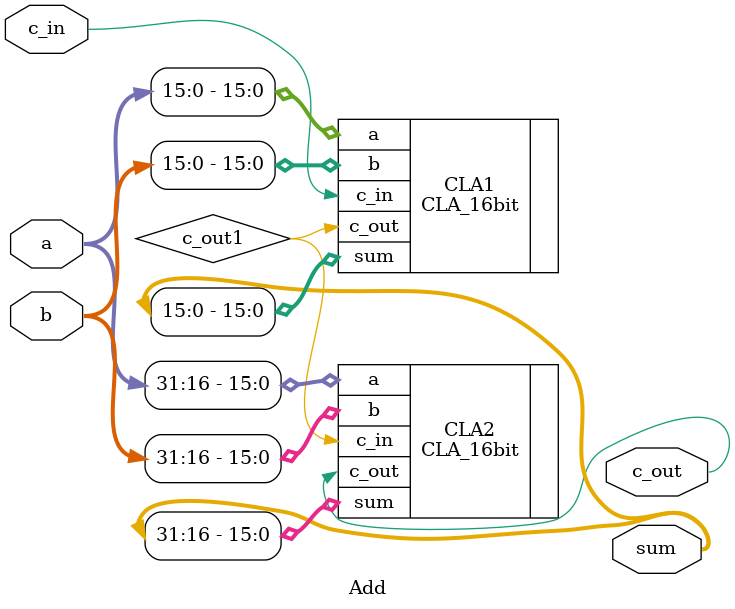
<source format=v>
module Add(input[31:0] a, input[31:0] b, input c_in, output[31:0] sum, output c_out);

wire c_out1;        
CLA_16bit CLA1 (.a(a[15:0]), .b(b[15:0]), .c_in(c_in), .sum(sum[15:0]), .c_out(c_out1));
CLA_16bit CLA2 (.a(a[31:16]), .b(b[31:16]), .c_in(c_out1), .sum(sum[31:16]), .c_out(c_out));

endmodule
</source>
